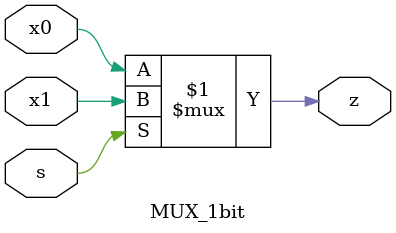
<source format=v>
module MUX_1bit (output z, input x0, input x1, input s);
  assign 
    z = s ? x1 : x0; // operatore ternario, se il bit di controllo è uno, allora restituisco x1, altrimenti x0
endmodule
</source>
